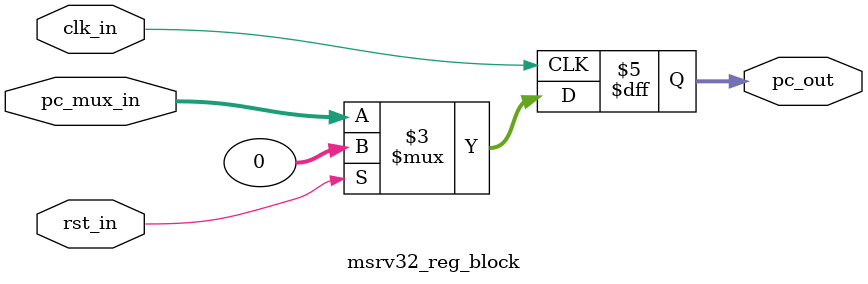
<source format=v>

module msrv32_reg_block (input [31:0]pc_mux_in,input clk_in,rst_in,output reg [31:0] pc_out);

	always@(posedge clk_in)
		begin
			if(rst_in)
				pc_out <= 32'd0;
			else
				pc_out <= pc_mux_in;
		end		
endmodule
</source>
